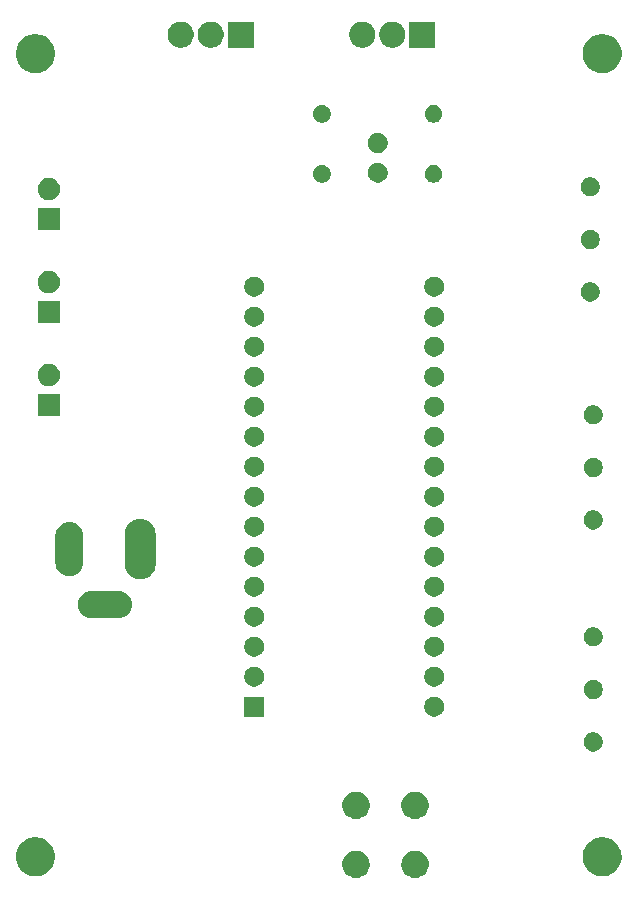
<source format=gbr>
G04 #@! TF.GenerationSoftware,KiCad,Pcbnew,(5.1.5)-3*
G04 #@! TF.CreationDate,2020-03-01T11:41:08-05:00*
G04 #@! TF.ProjectId,LED_Control,4c45445f-436f-46e7-9472-6f6c2e6b6963,rev?*
G04 #@! TF.SameCoordinates,Original*
G04 #@! TF.FileFunction,Soldermask,Bot*
G04 #@! TF.FilePolarity,Negative*
%FSLAX46Y46*%
G04 Gerber Fmt 4.6, Leading zero omitted, Abs format (unit mm)*
G04 Created by KiCad (PCBNEW (5.1.5)-3) date 2020-03-01 11:41:08*
%MOMM*%
%LPD*%
G04 APERTURE LIST*
%ADD10C,0.100000*%
G04 APERTURE END LIST*
D10*
G36*
X143377049Y-133514616D02*
G01*
X143488234Y-133536732D01*
X143697703Y-133623497D01*
X143886220Y-133749460D01*
X144046540Y-133909780D01*
X144172503Y-134098297D01*
X144172504Y-134098299D01*
X144259268Y-134307767D01*
X144293842Y-134481579D01*
X144303500Y-134530136D01*
X144303500Y-134756864D01*
X144259268Y-134979234D01*
X144172503Y-135188703D01*
X144046540Y-135377220D01*
X143886220Y-135537540D01*
X143697703Y-135663503D01*
X143488234Y-135750268D01*
X143377049Y-135772384D01*
X143265865Y-135794500D01*
X143039135Y-135794500D01*
X142927951Y-135772384D01*
X142816766Y-135750268D01*
X142607297Y-135663503D01*
X142418780Y-135537540D01*
X142258460Y-135377220D01*
X142132497Y-135188703D01*
X142045732Y-134979234D01*
X142001500Y-134756864D01*
X142001500Y-134530136D01*
X142011159Y-134481579D01*
X142045732Y-134307767D01*
X142132496Y-134098299D01*
X142132497Y-134098297D01*
X142258460Y-133909780D01*
X142418780Y-133749460D01*
X142607297Y-133623497D01*
X142816766Y-133536732D01*
X142927951Y-133514616D01*
X143039135Y-133492500D01*
X143265865Y-133492500D01*
X143377049Y-133514616D01*
G37*
G36*
X138377049Y-133514616D02*
G01*
X138488234Y-133536732D01*
X138697703Y-133623497D01*
X138886220Y-133749460D01*
X139046540Y-133909780D01*
X139172503Y-134098297D01*
X139172504Y-134098299D01*
X139259268Y-134307767D01*
X139293842Y-134481579D01*
X139303500Y-134530136D01*
X139303500Y-134756864D01*
X139259268Y-134979234D01*
X139172503Y-135188703D01*
X139046540Y-135377220D01*
X138886220Y-135537540D01*
X138697703Y-135663503D01*
X138488234Y-135750268D01*
X138377049Y-135772384D01*
X138265865Y-135794500D01*
X138039135Y-135794500D01*
X137927951Y-135772384D01*
X137816766Y-135750268D01*
X137607297Y-135663503D01*
X137418780Y-135537540D01*
X137258460Y-135377220D01*
X137132497Y-135188703D01*
X137045732Y-134979234D01*
X137001500Y-134756864D01*
X137001500Y-134530136D01*
X137011159Y-134481579D01*
X137045732Y-134307767D01*
X137132496Y-134098299D01*
X137132497Y-134098297D01*
X137258460Y-133909780D01*
X137418780Y-133749460D01*
X137607297Y-133623497D01*
X137816766Y-133536732D01*
X137927951Y-133514616D01*
X138039135Y-133492500D01*
X138265865Y-133492500D01*
X138377049Y-133514616D01*
G37*
G36*
X159375256Y-132391298D02*
G01*
X159481579Y-132412447D01*
X159782042Y-132536903D01*
X160052451Y-132717585D01*
X160282415Y-132947549D01*
X160282416Y-132947551D01*
X160463098Y-133217960D01*
X160587553Y-133518422D01*
X160633510Y-133749460D01*
X160651000Y-133837391D01*
X160651000Y-134162609D01*
X160587553Y-134481579D01*
X160463097Y-134782042D01*
X160282415Y-135052451D01*
X160052451Y-135282415D01*
X159782042Y-135463097D01*
X159481579Y-135587553D01*
X159375256Y-135608702D01*
X159162611Y-135651000D01*
X158837389Y-135651000D01*
X158624744Y-135608702D01*
X158518421Y-135587553D01*
X158217958Y-135463097D01*
X157947549Y-135282415D01*
X157717585Y-135052451D01*
X157536903Y-134782042D01*
X157412447Y-134481579D01*
X157349000Y-134162609D01*
X157349000Y-133837391D01*
X157366491Y-133749460D01*
X157412447Y-133518422D01*
X157536902Y-133217960D01*
X157717584Y-132947551D01*
X157717585Y-132947549D01*
X157947549Y-132717585D01*
X158217958Y-132536903D01*
X158518421Y-132412447D01*
X158624744Y-132391298D01*
X158837389Y-132349000D01*
X159162611Y-132349000D01*
X159375256Y-132391298D01*
G37*
G36*
X111375256Y-132391298D02*
G01*
X111481579Y-132412447D01*
X111782042Y-132536903D01*
X112052451Y-132717585D01*
X112282415Y-132947549D01*
X112282416Y-132947551D01*
X112463098Y-133217960D01*
X112587553Y-133518422D01*
X112633510Y-133749460D01*
X112651000Y-133837391D01*
X112651000Y-134162609D01*
X112587553Y-134481579D01*
X112463097Y-134782042D01*
X112282415Y-135052451D01*
X112052451Y-135282415D01*
X111782042Y-135463097D01*
X111481579Y-135587553D01*
X111375256Y-135608702D01*
X111162611Y-135651000D01*
X110837389Y-135651000D01*
X110624744Y-135608702D01*
X110518421Y-135587553D01*
X110217958Y-135463097D01*
X109947549Y-135282415D01*
X109717585Y-135052451D01*
X109536903Y-134782042D01*
X109412447Y-134481579D01*
X109349000Y-134162609D01*
X109349000Y-133837391D01*
X109366491Y-133749460D01*
X109412447Y-133518422D01*
X109536902Y-133217960D01*
X109717584Y-132947551D01*
X109717585Y-132947549D01*
X109947549Y-132717585D01*
X110217958Y-132536903D01*
X110518421Y-132412447D01*
X110624744Y-132391298D01*
X110837389Y-132349000D01*
X111162611Y-132349000D01*
X111375256Y-132391298D01*
G37*
G36*
X143377049Y-128514616D02*
G01*
X143488234Y-128536732D01*
X143697703Y-128623497D01*
X143886220Y-128749460D01*
X144046540Y-128909780D01*
X144172503Y-129098297D01*
X144259268Y-129307766D01*
X144303500Y-129530136D01*
X144303500Y-129756864D01*
X144259268Y-129979234D01*
X144172503Y-130188703D01*
X144046540Y-130377220D01*
X143886220Y-130537540D01*
X143697703Y-130663503D01*
X143488234Y-130750268D01*
X143377049Y-130772384D01*
X143265865Y-130794500D01*
X143039135Y-130794500D01*
X142927951Y-130772384D01*
X142816766Y-130750268D01*
X142607297Y-130663503D01*
X142418780Y-130537540D01*
X142258460Y-130377220D01*
X142132497Y-130188703D01*
X142045732Y-129979234D01*
X142001500Y-129756864D01*
X142001500Y-129530136D01*
X142045732Y-129307766D01*
X142132497Y-129098297D01*
X142258460Y-128909780D01*
X142418780Y-128749460D01*
X142607297Y-128623497D01*
X142816766Y-128536732D01*
X142927951Y-128514616D01*
X143039135Y-128492500D01*
X143265865Y-128492500D01*
X143377049Y-128514616D01*
G37*
G36*
X138377049Y-128514616D02*
G01*
X138488234Y-128536732D01*
X138697703Y-128623497D01*
X138886220Y-128749460D01*
X139046540Y-128909780D01*
X139172503Y-129098297D01*
X139259268Y-129307766D01*
X139303500Y-129530136D01*
X139303500Y-129756864D01*
X139259268Y-129979234D01*
X139172503Y-130188703D01*
X139046540Y-130377220D01*
X138886220Y-130537540D01*
X138697703Y-130663503D01*
X138488234Y-130750268D01*
X138377049Y-130772384D01*
X138265865Y-130794500D01*
X138039135Y-130794500D01*
X137927951Y-130772384D01*
X137816766Y-130750268D01*
X137607297Y-130663503D01*
X137418780Y-130537540D01*
X137258460Y-130377220D01*
X137132497Y-130188703D01*
X137045732Y-129979234D01*
X137001500Y-129756864D01*
X137001500Y-129530136D01*
X137045732Y-129307766D01*
X137132497Y-129098297D01*
X137258460Y-128909780D01*
X137418780Y-128749460D01*
X137607297Y-128623497D01*
X137816766Y-128536732D01*
X137927951Y-128514616D01*
X138039135Y-128492500D01*
X138265865Y-128492500D01*
X138377049Y-128514616D01*
G37*
G36*
X158479142Y-123492742D02*
G01*
X158627101Y-123554029D01*
X158760255Y-123642999D01*
X158873501Y-123756245D01*
X158962471Y-123889399D01*
X159023758Y-124037358D01*
X159055000Y-124194425D01*
X159055000Y-124354575D01*
X159023758Y-124511642D01*
X158962471Y-124659601D01*
X158873501Y-124792755D01*
X158760255Y-124906001D01*
X158627101Y-124994971D01*
X158479142Y-125056258D01*
X158322075Y-125087500D01*
X158161925Y-125087500D01*
X158004858Y-125056258D01*
X157856899Y-124994971D01*
X157723745Y-124906001D01*
X157610499Y-124792755D01*
X157521529Y-124659601D01*
X157460242Y-124511642D01*
X157429000Y-124354575D01*
X157429000Y-124194425D01*
X157460242Y-124037358D01*
X157521529Y-123889399D01*
X157610499Y-123756245D01*
X157723745Y-123642999D01*
X157856899Y-123554029D01*
X158004858Y-123492742D01*
X158161925Y-123461500D01*
X158322075Y-123461500D01*
X158479142Y-123492742D01*
G37*
G36*
X145028228Y-120466703D02*
G01*
X145183100Y-120530853D01*
X145322481Y-120623985D01*
X145441015Y-120742519D01*
X145534147Y-120881900D01*
X145598297Y-121036772D01*
X145631000Y-121201184D01*
X145631000Y-121368816D01*
X145598297Y-121533228D01*
X145534147Y-121688100D01*
X145441015Y-121827481D01*
X145322481Y-121946015D01*
X145183100Y-122039147D01*
X145028228Y-122103297D01*
X144863816Y-122136000D01*
X144696184Y-122136000D01*
X144531772Y-122103297D01*
X144376900Y-122039147D01*
X144237519Y-121946015D01*
X144118985Y-121827481D01*
X144025853Y-121688100D01*
X143961703Y-121533228D01*
X143929000Y-121368816D01*
X143929000Y-121201184D01*
X143961703Y-121036772D01*
X144025853Y-120881900D01*
X144118985Y-120742519D01*
X144237519Y-120623985D01*
X144376900Y-120530853D01*
X144531772Y-120466703D01*
X144696184Y-120434000D01*
X144863816Y-120434000D01*
X145028228Y-120466703D01*
G37*
G36*
X130391000Y-122136000D02*
G01*
X128689000Y-122136000D01*
X128689000Y-120434000D01*
X130391000Y-120434000D01*
X130391000Y-122136000D01*
G37*
G36*
X158479142Y-119042742D02*
G01*
X158627101Y-119104029D01*
X158760255Y-119192999D01*
X158873501Y-119306245D01*
X158962471Y-119439399D01*
X159023758Y-119587358D01*
X159055000Y-119744425D01*
X159055000Y-119904575D01*
X159023758Y-120061642D01*
X158962471Y-120209601D01*
X158873501Y-120342755D01*
X158760255Y-120456001D01*
X158627101Y-120544971D01*
X158479142Y-120606258D01*
X158322075Y-120637500D01*
X158161925Y-120637500D01*
X158004858Y-120606258D01*
X157856899Y-120544971D01*
X157723745Y-120456001D01*
X157610499Y-120342755D01*
X157521529Y-120209601D01*
X157460242Y-120061642D01*
X157429000Y-119904575D01*
X157429000Y-119744425D01*
X157460242Y-119587358D01*
X157521529Y-119439399D01*
X157610499Y-119306245D01*
X157723745Y-119192999D01*
X157856899Y-119104029D01*
X158004858Y-119042742D01*
X158161925Y-119011500D01*
X158322075Y-119011500D01*
X158479142Y-119042742D01*
G37*
G36*
X129788228Y-117926703D02*
G01*
X129943100Y-117990853D01*
X130082481Y-118083985D01*
X130201015Y-118202519D01*
X130294147Y-118341900D01*
X130358297Y-118496772D01*
X130391000Y-118661184D01*
X130391000Y-118828816D01*
X130358297Y-118993228D01*
X130294147Y-119148100D01*
X130201015Y-119287481D01*
X130082481Y-119406015D01*
X129943100Y-119499147D01*
X129788228Y-119563297D01*
X129623816Y-119596000D01*
X129456184Y-119596000D01*
X129291772Y-119563297D01*
X129136900Y-119499147D01*
X128997519Y-119406015D01*
X128878985Y-119287481D01*
X128785853Y-119148100D01*
X128721703Y-118993228D01*
X128689000Y-118828816D01*
X128689000Y-118661184D01*
X128721703Y-118496772D01*
X128785853Y-118341900D01*
X128878985Y-118202519D01*
X128997519Y-118083985D01*
X129136900Y-117990853D01*
X129291772Y-117926703D01*
X129456184Y-117894000D01*
X129623816Y-117894000D01*
X129788228Y-117926703D01*
G37*
G36*
X145028228Y-117926703D02*
G01*
X145183100Y-117990853D01*
X145322481Y-118083985D01*
X145441015Y-118202519D01*
X145534147Y-118341900D01*
X145598297Y-118496772D01*
X145631000Y-118661184D01*
X145631000Y-118828816D01*
X145598297Y-118993228D01*
X145534147Y-119148100D01*
X145441015Y-119287481D01*
X145322481Y-119406015D01*
X145183100Y-119499147D01*
X145028228Y-119563297D01*
X144863816Y-119596000D01*
X144696184Y-119596000D01*
X144531772Y-119563297D01*
X144376900Y-119499147D01*
X144237519Y-119406015D01*
X144118985Y-119287481D01*
X144025853Y-119148100D01*
X143961703Y-118993228D01*
X143929000Y-118828816D01*
X143929000Y-118661184D01*
X143961703Y-118496772D01*
X144025853Y-118341900D01*
X144118985Y-118202519D01*
X144237519Y-118083985D01*
X144376900Y-117990853D01*
X144531772Y-117926703D01*
X144696184Y-117894000D01*
X144863816Y-117894000D01*
X145028228Y-117926703D01*
G37*
G36*
X145028228Y-115386703D02*
G01*
X145183100Y-115450853D01*
X145322481Y-115543985D01*
X145441015Y-115662519D01*
X145534147Y-115801900D01*
X145598297Y-115956772D01*
X145631000Y-116121184D01*
X145631000Y-116288816D01*
X145598297Y-116453228D01*
X145534147Y-116608100D01*
X145441015Y-116747481D01*
X145322481Y-116866015D01*
X145183100Y-116959147D01*
X145028228Y-117023297D01*
X144863816Y-117056000D01*
X144696184Y-117056000D01*
X144531772Y-117023297D01*
X144376900Y-116959147D01*
X144237519Y-116866015D01*
X144118985Y-116747481D01*
X144025853Y-116608100D01*
X143961703Y-116453228D01*
X143929000Y-116288816D01*
X143929000Y-116121184D01*
X143961703Y-115956772D01*
X144025853Y-115801900D01*
X144118985Y-115662519D01*
X144237519Y-115543985D01*
X144376900Y-115450853D01*
X144531772Y-115386703D01*
X144696184Y-115354000D01*
X144863816Y-115354000D01*
X145028228Y-115386703D01*
G37*
G36*
X129788228Y-115386703D02*
G01*
X129943100Y-115450853D01*
X130082481Y-115543985D01*
X130201015Y-115662519D01*
X130294147Y-115801900D01*
X130358297Y-115956772D01*
X130391000Y-116121184D01*
X130391000Y-116288816D01*
X130358297Y-116453228D01*
X130294147Y-116608100D01*
X130201015Y-116747481D01*
X130082481Y-116866015D01*
X129943100Y-116959147D01*
X129788228Y-117023297D01*
X129623816Y-117056000D01*
X129456184Y-117056000D01*
X129291772Y-117023297D01*
X129136900Y-116959147D01*
X128997519Y-116866015D01*
X128878985Y-116747481D01*
X128785853Y-116608100D01*
X128721703Y-116453228D01*
X128689000Y-116288816D01*
X128689000Y-116121184D01*
X128721703Y-115956772D01*
X128785853Y-115801900D01*
X128878985Y-115662519D01*
X128997519Y-115543985D01*
X129136900Y-115450853D01*
X129291772Y-115386703D01*
X129456184Y-115354000D01*
X129623816Y-115354000D01*
X129788228Y-115386703D01*
G37*
G36*
X158479142Y-114592742D02*
G01*
X158627101Y-114654029D01*
X158760255Y-114742999D01*
X158873501Y-114856245D01*
X158962471Y-114989399D01*
X159023758Y-115137358D01*
X159055000Y-115294425D01*
X159055000Y-115454575D01*
X159023758Y-115611642D01*
X158962471Y-115759601D01*
X158873501Y-115892755D01*
X158760255Y-116006001D01*
X158627101Y-116094971D01*
X158479142Y-116156258D01*
X158322075Y-116187500D01*
X158161925Y-116187500D01*
X158004858Y-116156258D01*
X157856899Y-116094971D01*
X157723745Y-116006001D01*
X157610499Y-115892755D01*
X157521529Y-115759601D01*
X157460242Y-115611642D01*
X157429000Y-115454575D01*
X157429000Y-115294425D01*
X157460242Y-115137358D01*
X157521529Y-114989399D01*
X157610499Y-114856245D01*
X157723745Y-114742999D01*
X157856899Y-114654029D01*
X158004858Y-114592742D01*
X158161925Y-114561500D01*
X158322075Y-114561500D01*
X158479142Y-114592742D01*
G37*
G36*
X145028228Y-112846703D02*
G01*
X145183100Y-112910853D01*
X145322481Y-113003985D01*
X145441015Y-113122519D01*
X145534147Y-113261900D01*
X145598297Y-113416772D01*
X145631000Y-113581184D01*
X145631000Y-113748816D01*
X145598297Y-113913228D01*
X145534147Y-114068100D01*
X145441015Y-114207481D01*
X145322481Y-114326015D01*
X145183100Y-114419147D01*
X145028228Y-114483297D01*
X144863816Y-114516000D01*
X144696184Y-114516000D01*
X144531772Y-114483297D01*
X144376900Y-114419147D01*
X144237519Y-114326015D01*
X144118985Y-114207481D01*
X144025853Y-114068100D01*
X143961703Y-113913228D01*
X143929000Y-113748816D01*
X143929000Y-113581184D01*
X143961703Y-113416772D01*
X144025853Y-113261900D01*
X144118985Y-113122519D01*
X144237519Y-113003985D01*
X144376900Y-112910853D01*
X144531772Y-112846703D01*
X144696184Y-112814000D01*
X144863816Y-112814000D01*
X145028228Y-112846703D01*
G37*
G36*
X129788228Y-112846703D02*
G01*
X129943100Y-112910853D01*
X130082481Y-113003985D01*
X130201015Y-113122519D01*
X130294147Y-113261900D01*
X130358297Y-113416772D01*
X130391000Y-113581184D01*
X130391000Y-113748816D01*
X130358297Y-113913228D01*
X130294147Y-114068100D01*
X130201015Y-114207481D01*
X130082481Y-114326015D01*
X129943100Y-114419147D01*
X129788228Y-114483297D01*
X129623816Y-114516000D01*
X129456184Y-114516000D01*
X129291772Y-114483297D01*
X129136900Y-114419147D01*
X128997519Y-114326015D01*
X128878985Y-114207481D01*
X128785853Y-114068100D01*
X128721703Y-113913228D01*
X128689000Y-113748816D01*
X128689000Y-113581184D01*
X128721703Y-113416772D01*
X128785853Y-113261900D01*
X128878985Y-113122519D01*
X128997519Y-113003985D01*
X129136900Y-112910853D01*
X129291772Y-112846703D01*
X129456184Y-112814000D01*
X129623816Y-112814000D01*
X129788228Y-112846703D01*
G37*
G36*
X118243536Y-111491016D02*
G01*
X118465213Y-111558261D01*
X118669512Y-111667461D01*
X118848581Y-111814419D01*
X118995539Y-111993488D01*
X119104739Y-112197787D01*
X119171984Y-112419464D01*
X119194690Y-112650000D01*
X119171984Y-112880536D01*
X119104739Y-113102213D01*
X118995539Y-113306512D01*
X118848581Y-113485581D01*
X118669512Y-113632539D01*
X118465213Y-113741739D01*
X118243536Y-113808984D01*
X118070771Y-113826000D01*
X115705229Y-113826000D01*
X115532464Y-113808984D01*
X115310787Y-113741739D01*
X115106488Y-113632539D01*
X114927419Y-113485581D01*
X114780461Y-113306512D01*
X114671261Y-113102213D01*
X114604016Y-112880536D01*
X114581310Y-112650000D01*
X114604016Y-112419464D01*
X114671261Y-112197787D01*
X114780461Y-111993488D01*
X114927419Y-111814419D01*
X115106488Y-111667461D01*
X115310787Y-111558261D01*
X115532464Y-111491016D01*
X115705229Y-111474000D01*
X118070771Y-111474000D01*
X118243536Y-111491016D01*
G37*
G36*
X145028228Y-110306703D02*
G01*
X145183100Y-110370853D01*
X145322481Y-110463985D01*
X145441015Y-110582519D01*
X145534147Y-110721900D01*
X145598297Y-110876772D01*
X145631000Y-111041184D01*
X145631000Y-111208816D01*
X145598297Y-111373228D01*
X145534147Y-111528100D01*
X145441015Y-111667481D01*
X145322481Y-111786015D01*
X145183100Y-111879147D01*
X145028228Y-111943297D01*
X144863816Y-111976000D01*
X144696184Y-111976000D01*
X144531772Y-111943297D01*
X144376900Y-111879147D01*
X144237519Y-111786015D01*
X144118985Y-111667481D01*
X144025853Y-111528100D01*
X143961703Y-111373228D01*
X143929000Y-111208816D01*
X143929000Y-111041184D01*
X143961703Y-110876772D01*
X144025853Y-110721900D01*
X144118985Y-110582519D01*
X144237519Y-110463985D01*
X144376900Y-110370853D01*
X144531772Y-110306703D01*
X144696184Y-110274000D01*
X144863816Y-110274000D01*
X145028228Y-110306703D01*
G37*
G36*
X129788228Y-110306703D02*
G01*
X129943100Y-110370853D01*
X130082481Y-110463985D01*
X130201015Y-110582519D01*
X130294147Y-110721900D01*
X130358297Y-110876772D01*
X130391000Y-111041184D01*
X130391000Y-111208816D01*
X130358297Y-111373228D01*
X130294147Y-111528100D01*
X130201015Y-111667481D01*
X130082481Y-111786015D01*
X129943100Y-111879147D01*
X129788228Y-111943297D01*
X129623816Y-111976000D01*
X129456184Y-111976000D01*
X129291772Y-111943297D01*
X129136900Y-111879147D01*
X128997519Y-111786015D01*
X128878985Y-111667481D01*
X128785853Y-111528100D01*
X128721703Y-111373228D01*
X128689000Y-111208816D01*
X128689000Y-111041184D01*
X128721703Y-110876772D01*
X128785853Y-110721900D01*
X128878985Y-110582519D01*
X128997519Y-110463985D01*
X129136900Y-110370853D01*
X129291772Y-110306703D01*
X129456184Y-110274000D01*
X129623816Y-110274000D01*
X129788228Y-110306703D01*
G37*
G36*
X120143040Y-105417825D02*
G01*
X120388280Y-105492218D01*
X120614294Y-105613025D01*
X120649478Y-105641900D01*
X120812397Y-105775603D01*
X120884614Y-105863601D01*
X120974975Y-105973706D01*
X120974976Y-105973708D01*
X121057883Y-106128815D01*
X121095782Y-106199720D01*
X121170175Y-106444960D01*
X121189000Y-106636095D01*
X121189000Y-109263905D01*
X121170175Y-109455040D01*
X121095782Y-109700280D01*
X120974975Y-109926294D01*
X120812396Y-110124396D01*
X120614293Y-110286975D01*
X120388279Y-110407782D01*
X120143039Y-110482175D01*
X119888000Y-110507294D01*
X119632960Y-110482175D01*
X119387720Y-110407782D01*
X119387718Y-110407781D01*
X119161707Y-110286976D01*
X118963604Y-110124396D01*
X118801026Y-109926294D01*
X118801025Y-109926293D01*
X118680218Y-109700279D01*
X118605825Y-109455039D01*
X118587000Y-109263904D01*
X118587001Y-106636095D01*
X118605826Y-106444960D01*
X118680219Y-106199720D01*
X118718119Y-106128815D01*
X118801025Y-105973708D01*
X118801026Y-105973706D01*
X118891387Y-105863601D01*
X118963604Y-105775603D01*
X119126523Y-105641900D01*
X119161707Y-105613025D01*
X119387721Y-105492218D01*
X119632961Y-105417825D01*
X119888000Y-105392706D01*
X120143040Y-105417825D01*
G37*
G36*
X114118536Y-105666016D02*
G01*
X114340213Y-105733261D01*
X114544512Y-105842461D01*
X114723581Y-105989419D01*
X114870539Y-106168488D01*
X114979739Y-106372787D01*
X115046984Y-106594464D01*
X115064000Y-106767229D01*
X115064000Y-109132771D01*
X115046984Y-109305536D01*
X114979739Y-109527213D01*
X114870539Y-109731512D01*
X114723581Y-109910581D01*
X114544511Y-110057539D01*
X114340212Y-110166739D01*
X114118535Y-110233984D01*
X113888000Y-110256690D01*
X113657464Y-110233984D01*
X113435787Y-110166739D01*
X113231488Y-110057539D01*
X113052419Y-109910581D01*
X112905461Y-109731511D01*
X112796261Y-109527212D01*
X112729016Y-109305535D01*
X112712000Y-109132770D01*
X112712001Y-106767229D01*
X112729017Y-106594464D01*
X112796262Y-106372787D01*
X112905462Y-106168488D01*
X113052420Y-105989419D01*
X113231489Y-105842461D01*
X113435788Y-105733261D01*
X113657465Y-105666016D01*
X113888000Y-105643310D01*
X114118536Y-105666016D01*
G37*
G36*
X145028228Y-107766703D02*
G01*
X145183100Y-107830853D01*
X145322481Y-107923985D01*
X145441015Y-108042519D01*
X145534147Y-108181900D01*
X145598297Y-108336772D01*
X145631000Y-108501184D01*
X145631000Y-108668816D01*
X145598297Y-108833228D01*
X145534147Y-108988100D01*
X145441015Y-109127481D01*
X145322481Y-109246015D01*
X145183100Y-109339147D01*
X145028228Y-109403297D01*
X144863816Y-109436000D01*
X144696184Y-109436000D01*
X144531772Y-109403297D01*
X144376900Y-109339147D01*
X144237519Y-109246015D01*
X144118985Y-109127481D01*
X144025853Y-108988100D01*
X143961703Y-108833228D01*
X143929000Y-108668816D01*
X143929000Y-108501184D01*
X143961703Y-108336772D01*
X144025853Y-108181900D01*
X144118985Y-108042519D01*
X144237519Y-107923985D01*
X144376900Y-107830853D01*
X144531772Y-107766703D01*
X144696184Y-107734000D01*
X144863816Y-107734000D01*
X145028228Y-107766703D01*
G37*
G36*
X129788228Y-107766703D02*
G01*
X129943100Y-107830853D01*
X130082481Y-107923985D01*
X130201015Y-108042519D01*
X130294147Y-108181900D01*
X130358297Y-108336772D01*
X130391000Y-108501184D01*
X130391000Y-108668816D01*
X130358297Y-108833228D01*
X130294147Y-108988100D01*
X130201015Y-109127481D01*
X130082481Y-109246015D01*
X129943100Y-109339147D01*
X129788228Y-109403297D01*
X129623816Y-109436000D01*
X129456184Y-109436000D01*
X129291772Y-109403297D01*
X129136900Y-109339147D01*
X128997519Y-109246015D01*
X128878985Y-109127481D01*
X128785853Y-108988100D01*
X128721703Y-108833228D01*
X128689000Y-108668816D01*
X128689000Y-108501184D01*
X128721703Y-108336772D01*
X128785853Y-108181900D01*
X128878985Y-108042519D01*
X128997519Y-107923985D01*
X129136900Y-107830853D01*
X129291772Y-107766703D01*
X129456184Y-107734000D01*
X129623816Y-107734000D01*
X129788228Y-107766703D01*
G37*
G36*
X129788228Y-105226703D02*
G01*
X129943100Y-105290853D01*
X130082481Y-105383985D01*
X130201015Y-105502519D01*
X130294147Y-105641900D01*
X130358297Y-105796772D01*
X130391000Y-105961184D01*
X130391000Y-106128816D01*
X130358297Y-106293228D01*
X130294147Y-106448100D01*
X130201015Y-106587481D01*
X130082481Y-106706015D01*
X129943100Y-106799147D01*
X129788228Y-106863297D01*
X129623816Y-106896000D01*
X129456184Y-106896000D01*
X129291772Y-106863297D01*
X129136900Y-106799147D01*
X128997519Y-106706015D01*
X128878985Y-106587481D01*
X128785853Y-106448100D01*
X128721703Y-106293228D01*
X128689000Y-106128816D01*
X128689000Y-105961184D01*
X128721703Y-105796772D01*
X128785853Y-105641900D01*
X128878985Y-105502519D01*
X128997519Y-105383985D01*
X129136900Y-105290853D01*
X129291772Y-105226703D01*
X129456184Y-105194000D01*
X129623816Y-105194000D01*
X129788228Y-105226703D01*
G37*
G36*
X145028228Y-105226703D02*
G01*
X145183100Y-105290853D01*
X145322481Y-105383985D01*
X145441015Y-105502519D01*
X145534147Y-105641900D01*
X145598297Y-105796772D01*
X145631000Y-105961184D01*
X145631000Y-106128816D01*
X145598297Y-106293228D01*
X145534147Y-106448100D01*
X145441015Y-106587481D01*
X145322481Y-106706015D01*
X145183100Y-106799147D01*
X145028228Y-106863297D01*
X144863816Y-106896000D01*
X144696184Y-106896000D01*
X144531772Y-106863297D01*
X144376900Y-106799147D01*
X144237519Y-106706015D01*
X144118985Y-106587481D01*
X144025853Y-106448100D01*
X143961703Y-106293228D01*
X143929000Y-106128816D01*
X143929000Y-105961184D01*
X143961703Y-105796772D01*
X144025853Y-105641900D01*
X144118985Y-105502519D01*
X144237519Y-105383985D01*
X144376900Y-105290853D01*
X144531772Y-105226703D01*
X144696184Y-105194000D01*
X144863816Y-105194000D01*
X145028228Y-105226703D01*
G37*
G36*
X158479142Y-104696742D02*
G01*
X158627101Y-104758029D01*
X158760255Y-104846999D01*
X158873501Y-104960245D01*
X158962471Y-105093399D01*
X159023758Y-105241358D01*
X159055000Y-105398425D01*
X159055000Y-105558575D01*
X159023758Y-105715642D01*
X158962471Y-105863601D01*
X158873501Y-105996755D01*
X158760255Y-106110001D01*
X158627101Y-106198971D01*
X158479142Y-106260258D01*
X158322075Y-106291500D01*
X158161925Y-106291500D01*
X158004858Y-106260258D01*
X157856899Y-106198971D01*
X157723745Y-106110001D01*
X157610499Y-105996755D01*
X157521529Y-105863601D01*
X157460242Y-105715642D01*
X157429000Y-105558575D01*
X157429000Y-105398425D01*
X157460242Y-105241358D01*
X157521529Y-105093399D01*
X157610499Y-104960245D01*
X157723745Y-104846999D01*
X157856899Y-104758029D01*
X158004858Y-104696742D01*
X158161925Y-104665500D01*
X158322075Y-104665500D01*
X158479142Y-104696742D01*
G37*
G36*
X145028228Y-102686703D02*
G01*
X145183100Y-102750853D01*
X145322481Y-102843985D01*
X145441015Y-102962519D01*
X145534147Y-103101900D01*
X145598297Y-103256772D01*
X145631000Y-103421184D01*
X145631000Y-103588816D01*
X145598297Y-103753228D01*
X145534147Y-103908100D01*
X145441015Y-104047481D01*
X145322481Y-104166015D01*
X145183100Y-104259147D01*
X145028228Y-104323297D01*
X144863816Y-104356000D01*
X144696184Y-104356000D01*
X144531772Y-104323297D01*
X144376900Y-104259147D01*
X144237519Y-104166015D01*
X144118985Y-104047481D01*
X144025853Y-103908100D01*
X143961703Y-103753228D01*
X143929000Y-103588816D01*
X143929000Y-103421184D01*
X143961703Y-103256772D01*
X144025853Y-103101900D01*
X144118985Y-102962519D01*
X144237519Y-102843985D01*
X144376900Y-102750853D01*
X144531772Y-102686703D01*
X144696184Y-102654000D01*
X144863816Y-102654000D01*
X145028228Y-102686703D01*
G37*
G36*
X129788228Y-102686703D02*
G01*
X129943100Y-102750853D01*
X130082481Y-102843985D01*
X130201015Y-102962519D01*
X130294147Y-103101900D01*
X130358297Y-103256772D01*
X130391000Y-103421184D01*
X130391000Y-103588816D01*
X130358297Y-103753228D01*
X130294147Y-103908100D01*
X130201015Y-104047481D01*
X130082481Y-104166015D01*
X129943100Y-104259147D01*
X129788228Y-104323297D01*
X129623816Y-104356000D01*
X129456184Y-104356000D01*
X129291772Y-104323297D01*
X129136900Y-104259147D01*
X128997519Y-104166015D01*
X128878985Y-104047481D01*
X128785853Y-103908100D01*
X128721703Y-103753228D01*
X128689000Y-103588816D01*
X128689000Y-103421184D01*
X128721703Y-103256772D01*
X128785853Y-103101900D01*
X128878985Y-102962519D01*
X128997519Y-102843985D01*
X129136900Y-102750853D01*
X129291772Y-102686703D01*
X129456184Y-102654000D01*
X129623816Y-102654000D01*
X129788228Y-102686703D01*
G37*
G36*
X158479142Y-100246742D02*
G01*
X158627101Y-100308029D01*
X158760255Y-100396999D01*
X158873501Y-100510245D01*
X158962471Y-100643399D01*
X159023758Y-100791358D01*
X159055000Y-100948425D01*
X159055000Y-101108575D01*
X159023758Y-101265642D01*
X158962471Y-101413601D01*
X158873501Y-101546755D01*
X158760255Y-101660001D01*
X158627101Y-101748971D01*
X158479142Y-101810258D01*
X158322075Y-101841500D01*
X158161925Y-101841500D01*
X158004858Y-101810258D01*
X157856899Y-101748971D01*
X157723745Y-101660001D01*
X157610499Y-101546755D01*
X157521529Y-101413601D01*
X157460242Y-101265642D01*
X157429000Y-101108575D01*
X157429000Y-100948425D01*
X157460242Y-100791358D01*
X157521529Y-100643399D01*
X157610499Y-100510245D01*
X157723745Y-100396999D01*
X157856899Y-100308029D01*
X158004858Y-100246742D01*
X158161925Y-100215500D01*
X158322075Y-100215500D01*
X158479142Y-100246742D01*
G37*
G36*
X145028228Y-100146703D02*
G01*
X145183100Y-100210853D01*
X145322481Y-100303985D01*
X145441015Y-100422519D01*
X145534147Y-100561900D01*
X145598297Y-100716772D01*
X145631000Y-100881184D01*
X145631000Y-101048816D01*
X145598297Y-101213228D01*
X145534147Y-101368100D01*
X145441015Y-101507481D01*
X145322481Y-101626015D01*
X145183100Y-101719147D01*
X145028228Y-101783297D01*
X144863816Y-101816000D01*
X144696184Y-101816000D01*
X144531772Y-101783297D01*
X144376900Y-101719147D01*
X144237519Y-101626015D01*
X144118985Y-101507481D01*
X144025853Y-101368100D01*
X143961703Y-101213228D01*
X143929000Y-101048816D01*
X143929000Y-100881184D01*
X143961703Y-100716772D01*
X144025853Y-100561900D01*
X144118985Y-100422519D01*
X144237519Y-100303985D01*
X144376900Y-100210853D01*
X144531772Y-100146703D01*
X144696184Y-100114000D01*
X144863816Y-100114000D01*
X145028228Y-100146703D01*
G37*
G36*
X129788228Y-100146703D02*
G01*
X129943100Y-100210853D01*
X130082481Y-100303985D01*
X130201015Y-100422519D01*
X130294147Y-100561900D01*
X130358297Y-100716772D01*
X130391000Y-100881184D01*
X130391000Y-101048816D01*
X130358297Y-101213228D01*
X130294147Y-101368100D01*
X130201015Y-101507481D01*
X130082481Y-101626015D01*
X129943100Y-101719147D01*
X129788228Y-101783297D01*
X129623816Y-101816000D01*
X129456184Y-101816000D01*
X129291772Y-101783297D01*
X129136900Y-101719147D01*
X128997519Y-101626015D01*
X128878985Y-101507481D01*
X128785853Y-101368100D01*
X128721703Y-101213228D01*
X128689000Y-101048816D01*
X128689000Y-100881184D01*
X128721703Y-100716772D01*
X128785853Y-100561900D01*
X128878985Y-100422519D01*
X128997519Y-100303985D01*
X129136900Y-100210853D01*
X129291772Y-100146703D01*
X129456184Y-100114000D01*
X129623816Y-100114000D01*
X129788228Y-100146703D01*
G37*
G36*
X129788228Y-97606703D02*
G01*
X129943100Y-97670853D01*
X130082481Y-97763985D01*
X130201015Y-97882519D01*
X130294147Y-98021900D01*
X130358297Y-98176772D01*
X130391000Y-98341184D01*
X130391000Y-98508816D01*
X130358297Y-98673228D01*
X130294147Y-98828100D01*
X130201015Y-98967481D01*
X130082481Y-99086015D01*
X129943100Y-99179147D01*
X129788228Y-99243297D01*
X129623816Y-99276000D01*
X129456184Y-99276000D01*
X129291772Y-99243297D01*
X129136900Y-99179147D01*
X128997519Y-99086015D01*
X128878985Y-98967481D01*
X128785853Y-98828100D01*
X128721703Y-98673228D01*
X128689000Y-98508816D01*
X128689000Y-98341184D01*
X128721703Y-98176772D01*
X128785853Y-98021900D01*
X128878985Y-97882519D01*
X128997519Y-97763985D01*
X129136900Y-97670853D01*
X129291772Y-97606703D01*
X129456184Y-97574000D01*
X129623816Y-97574000D01*
X129788228Y-97606703D01*
G37*
G36*
X145028228Y-97606703D02*
G01*
X145183100Y-97670853D01*
X145322481Y-97763985D01*
X145441015Y-97882519D01*
X145534147Y-98021900D01*
X145598297Y-98176772D01*
X145631000Y-98341184D01*
X145631000Y-98508816D01*
X145598297Y-98673228D01*
X145534147Y-98828100D01*
X145441015Y-98967481D01*
X145322481Y-99086015D01*
X145183100Y-99179147D01*
X145028228Y-99243297D01*
X144863816Y-99276000D01*
X144696184Y-99276000D01*
X144531772Y-99243297D01*
X144376900Y-99179147D01*
X144237519Y-99086015D01*
X144118985Y-98967481D01*
X144025853Y-98828100D01*
X143961703Y-98673228D01*
X143929000Y-98508816D01*
X143929000Y-98341184D01*
X143961703Y-98176772D01*
X144025853Y-98021900D01*
X144118985Y-97882519D01*
X144237519Y-97763985D01*
X144376900Y-97670853D01*
X144531772Y-97606703D01*
X144696184Y-97574000D01*
X144863816Y-97574000D01*
X145028228Y-97606703D01*
G37*
G36*
X158479142Y-95796742D02*
G01*
X158627101Y-95858029D01*
X158760255Y-95946999D01*
X158873501Y-96060245D01*
X158962471Y-96193399D01*
X159023758Y-96341358D01*
X159055000Y-96498425D01*
X159055000Y-96658575D01*
X159023758Y-96815642D01*
X158962471Y-96963601D01*
X158873501Y-97096755D01*
X158760255Y-97210001D01*
X158627101Y-97298971D01*
X158479142Y-97360258D01*
X158322075Y-97391500D01*
X158161925Y-97391500D01*
X158004858Y-97360258D01*
X157856899Y-97298971D01*
X157723745Y-97210001D01*
X157610499Y-97096755D01*
X157521529Y-96963601D01*
X157460242Y-96815642D01*
X157429000Y-96658575D01*
X157429000Y-96498425D01*
X157460242Y-96341358D01*
X157521529Y-96193399D01*
X157610499Y-96060245D01*
X157723745Y-95946999D01*
X157856899Y-95858029D01*
X158004858Y-95796742D01*
X158161925Y-95765500D01*
X158322075Y-95765500D01*
X158479142Y-95796742D01*
G37*
G36*
X129788228Y-95066703D02*
G01*
X129943100Y-95130853D01*
X130082481Y-95223985D01*
X130201015Y-95342519D01*
X130294147Y-95481900D01*
X130358297Y-95636772D01*
X130391000Y-95801184D01*
X130391000Y-95968816D01*
X130358297Y-96133228D01*
X130294147Y-96288100D01*
X130201015Y-96427481D01*
X130082481Y-96546015D01*
X129943100Y-96639147D01*
X129788228Y-96703297D01*
X129623816Y-96736000D01*
X129456184Y-96736000D01*
X129291772Y-96703297D01*
X129136900Y-96639147D01*
X128997519Y-96546015D01*
X128878985Y-96427481D01*
X128785853Y-96288100D01*
X128721703Y-96133228D01*
X128689000Y-95968816D01*
X128689000Y-95801184D01*
X128721703Y-95636772D01*
X128785853Y-95481900D01*
X128878985Y-95342519D01*
X128997519Y-95223985D01*
X129136900Y-95130853D01*
X129291772Y-95066703D01*
X129456184Y-95034000D01*
X129623816Y-95034000D01*
X129788228Y-95066703D01*
G37*
G36*
X145028228Y-95066703D02*
G01*
X145183100Y-95130853D01*
X145322481Y-95223985D01*
X145441015Y-95342519D01*
X145534147Y-95481900D01*
X145598297Y-95636772D01*
X145631000Y-95801184D01*
X145631000Y-95968816D01*
X145598297Y-96133228D01*
X145534147Y-96288100D01*
X145441015Y-96427481D01*
X145322481Y-96546015D01*
X145183100Y-96639147D01*
X145028228Y-96703297D01*
X144863816Y-96736000D01*
X144696184Y-96736000D01*
X144531772Y-96703297D01*
X144376900Y-96639147D01*
X144237519Y-96546015D01*
X144118985Y-96427481D01*
X144025853Y-96288100D01*
X143961703Y-96133228D01*
X143929000Y-95968816D01*
X143929000Y-95801184D01*
X143961703Y-95636772D01*
X144025853Y-95481900D01*
X144118985Y-95342519D01*
X144237519Y-95223985D01*
X144376900Y-95130853D01*
X144531772Y-95066703D01*
X144696184Y-95034000D01*
X144863816Y-95034000D01*
X145028228Y-95066703D01*
G37*
G36*
X113092000Y-96709000D02*
G01*
X111190000Y-96709000D01*
X111190000Y-94807000D01*
X113092000Y-94807000D01*
X113092000Y-96709000D01*
G37*
G36*
X129788228Y-92526703D02*
G01*
X129943100Y-92590853D01*
X130082481Y-92683985D01*
X130201015Y-92802519D01*
X130294147Y-92941900D01*
X130358297Y-93096772D01*
X130391000Y-93261184D01*
X130391000Y-93428816D01*
X130358297Y-93593228D01*
X130294147Y-93748100D01*
X130201015Y-93887481D01*
X130082481Y-94006015D01*
X129943100Y-94099147D01*
X129788228Y-94163297D01*
X129623816Y-94196000D01*
X129456184Y-94196000D01*
X129291772Y-94163297D01*
X129136900Y-94099147D01*
X128997519Y-94006015D01*
X128878985Y-93887481D01*
X128785853Y-93748100D01*
X128721703Y-93593228D01*
X128689000Y-93428816D01*
X128689000Y-93261184D01*
X128721703Y-93096772D01*
X128785853Y-92941900D01*
X128878985Y-92802519D01*
X128997519Y-92683985D01*
X129136900Y-92590853D01*
X129291772Y-92526703D01*
X129456184Y-92494000D01*
X129623816Y-92494000D01*
X129788228Y-92526703D01*
G37*
G36*
X145028228Y-92526703D02*
G01*
X145183100Y-92590853D01*
X145322481Y-92683985D01*
X145441015Y-92802519D01*
X145534147Y-92941900D01*
X145598297Y-93096772D01*
X145631000Y-93261184D01*
X145631000Y-93428816D01*
X145598297Y-93593228D01*
X145534147Y-93748100D01*
X145441015Y-93887481D01*
X145322481Y-94006015D01*
X145183100Y-94099147D01*
X145028228Y-94163297D01*
X144863816Y-94196000D01*
X144696184Y-94196000D01*
X144531772Y-94163297D01*
X144376900Y-94099147D01*
X144237519Y-94006015D01*
X144118985Y-93887481D01*
X144025853Y-93748100D01*
X143961703Y-93593228D01*
X143929000Y-93428816D01*
X143929000Y-93261184D01*
X143961703Y-93096772D01*
X144025853Y-92941900D01*
X144118985Y-92802519D01*
X144237519Y-92683985D01*
X144376900Y-92590853D01*
X144531772Y-92526703D01*
X144696184Y-92494000D01*
X144863816Y-92494000D01*
X145028228Y-92526703D01*
G37*
G36*
X112418395Y-92303546D02*
G01*
X112591466Y-92375234D01*
X112591467Y-92375235D01*
X112747227Y-92479310D01*
X112879690Y-92611773D01*
X112879691Y-92611775D01*
X112983766Y-92767534D01*
X113055454Y-92940605D01*
X113092000Y-93124333D01*
X113092000Y-93311667D01*
X113055454Y-93495395D01*
X112983766Y-93668466D01*
X112983765Y-93668467D01*
X112879690Y-93824227D01*
X112747227Y-93956690D01*
X112673407Y-94006015D01*
X112591466Y-94060766D01*
X112418395Y-94132454D01*
X112234667Y-94169000D01*
X112047333Y-94169000D01*
X111863605Y-94132454D01*
X111690534Y-94060766D01*
X111608593Y-94006015D01*
X111534773Y-93956690D01*
X111402310Y-93824227D01*
X111298235Y-93668467D01*
X111298234Y-93668466D01*
X111226546Y-93495395D01*
X111190000Y-93311667D01*
X111190000Y-93124333D01*
X111226546Y-92940605D01*
X111298234Y-92767534D01*
X111402309Y-92611775D01*
X111402310Y-92611773D01*
X111534773Y-92479310D01*
X111690533Y-92375235D01*
X111690534Y-92375234D01*
X111863605Y-92303546D01*
X112047333Y-92267000D01*
X112234667Y-92267000D01*
X112418395Y-92303546D01*
G37*
G36*
X129788228Y-89986703D02*
G01*
X129943100Y-90050853D01*
X130082481Y-90143985D01*
X130201015Y-90262519D01*
X130294147Y-90401900D01*
X130358297Y-90556772D01*
X130391000Y-90721184D01*
X130391000Y-90888816D01*
X130358297Y-91053228D01*
X130294147Y-91208100D01*
X130201015Y-91347481D01*
X130082481Y-91466015D01*
X129943100Y-91559147D01*
X129788228Y-91623297D01*
X129623816Y-91656000D01*
X129456184Y-91656000D01*
X129291772Y-91623297D01*
X129136900Y-91559147D01*
X128997519Y-91466015D01*
X128878985Y-91347481D01*
X128785853Y-91208100D01*
X128721703Y-91053228D01*
X128689000Y-90888816D01*
X128689000Y-90721184D01*
X128721703Y-90556772D01*
X128785853Y-90401900D01*
X128878985Y-90262519D01*
X128997519Y-90143985D01*
X129136900Y-90050853D01*
X129291772Y-89986703D01*
X129456184Y-89954000D01*
X129623816Y-89954000D01*
X129788228Y-89986703D01*
G37*
G36*
X145028228Y-89986703D02*
G01*
X145183100Y-90050853D01*
X145322481Y-90143985D01*
X145441015Y-90262519D01*
X145534147Y-90401900D01*
X145598297Y-90556772D01*
X145631000Y-90721184D01*
X145631000Y-90888816D01*
X145598297Y-91053228D01*
X145534147Y-91208100D01*
X145441015Y-91347481D01*
X145322481Y-91466015D01*
X145183100Y-91559147D01*
X145028228Y-91623297D01*
X144863816Y-91656000D01*
X144696184Y-91656000D01*
X144531772Y-91623297D01*
X144376900Y-91559147D01*
X144237519Y-91466015D01*
X144118985Y-91347481D01*
X144025853Y-91208100D01*
X143961703Y-91053228D01*
X143929000Y-90888816D01*
X143929000Y-90721184D01*
X143961703Y-90556772D01*
X144025853Y-90401900D01*
X144118985Y-90262519D01*
X144237519Y-90143985D01*
X144376900Y-90050853D01*
X144531772Y-89986703D01*
X144696184Y-89954000D01*
X144863816Y-89954000D01*
X145028228Y-89986703D01*
G37*
G36*
X145028228Y-87446703D02*
G01*
X145183100Y-87510853D01*
X145322481Y-87603985D01*
X145441015Y-87722519D01*
X145534147Y-87861900D01*
X145598297Y-88016772D01*
X145631000Y-88181184D01*
X145631000Y-88348816D01*
X145598297Y-88513228D01*
X145534147Y-88668100D01*
X145441015Y-88807481D01*
X145322481Y-88926015D01*
X145183100Y-89019147D01*
X145028228Y-89083297D01*
X144863816Y-89116000D01*
X144696184Y-89116000D01*
X144531772Y-89083297D01*
X144376900Y-89019147D01*
X144237519Y-88926015D01*
X144118985Y-88807481D01*
X144025853Y-88668100D01*
X143961703Y-88513228D01*
X143929000Y-88348816D01*
X143929000Y-88181184D01*
X143961703Y-88016772D01*
X144025853Y-87861900D01*
X144118985Y-87722519D01*
X144237519Y-87603985D01*
X144376900Y-87510853D01*
X144531772Y-87446703D01*
X144696184Y-87414000D01*
X144863816Y-87414000D01*
X145028228Y-87446703D01*
G37*
G36*
X129788228Y-87446703D02*
G01*
X129943100Y-87510853D01*
X130082481Y-87603985D01*
X130201015Y-87722519D01*
X130294147Y-87861900D01*
X130358297Y-88016772D01*
X130391000Y-88181184D01*
X130391000Y-88348816D01*
X130358297Y-88513228D01*
X130294147Y-88668100D01*
X130201015Y-88807481D01*
X130082481Y-88926015D01*
X129943100Y-89019147D01*
X129788228Y-89083297D01*
X129623816Y-89116000D01*
X129456184Y-89116000D01*
X129291772Y-89083297D01*
X129136900Y-89019147D01*
X128997519Y-88926015D01*
X128878985Y-88807481D01*
X128785853Y-88668100D01*
X128721703Y-88513228D01*
X128689000Y-88348816D01*
X128689000Y-88181184D01*
X128721703Y-88016772D01*
X128785853Y-87861900D01*
X128878985Y-87722519D01*
X128997519Y-87603985D01*
X129136900Y-87510853D01*
X129291772Y-87446703D01*
X129456184Y-87414000D01*
X129623816Y-87414000D01*
X129788228Y-87446703D01*
G37*
G36*
X113092000Y-88835000D02*
G01*
X111190000Y-88835000D01*
X111190000Y-86933000D01*
X113092000Y-86933000D01*
X113092000Y-88835000D01*
G37*
G36*
X158225142Y-85392742D02*
G01*
X158373101Y-85454029D01*
X158506255Y-85542999D01*
X158619501Y-85656245D01*
X158708471Y-85789399D01*
X158769758Y-85937358D01*
X158801000Y-86094425D01*
X158801000Y-86254575D01*
X158769758Y-86411642D01*
X158708471Y-86559601D01*
X158619501Y-86692755D01*
X158506255Y-86806001D01*
X158373101Y-86894971D01*
X158225142Y-86956258D01*
X158068075Y-86987500D01*
X157907925Y-86987500D01*
X157750858Y-86956258D01*
X157602899Y-86894971D01*
X157469745Y-86806001D01*
X157356499Y-86692755D01*
X157267529Y-86559601D01*
X157206242Y-86411642D01*
X157175000Y-86254575D01*
X157175000Y-86094425D01*
X157206242Y-85937358D01*
X157267529Y-85789399D01*
X157356499Y-85656245D01*
X157469745Y-85542999D01*
X157602899Y-85454029D01*
X157750858Y-85392742D01*
X157907925Y-85361500D01*
X158068075Y-85361500D01*
X158225142Y-85392742D01*
G37*
G36*
X145028228Y-84906703D02*
G01*
X145183100Y-84970853D01*
X145322481Y-85063985D01*
X145441015Y-85182519D01*
X145534147Y-85321900D01*
X145598297Y-85476772D01*
X145631000Y-85641184D01*
X145631000Y-85808816D01*
X145598297Y-85973228D01*
X145534147Y-86128100D01*
X145441015Y-86267481D01*
X145322481Y-86386015D01*
X145183100Y-86479147D01*
X145028228Y-86543297D01*
X144863816Y-86576000D01*
X144696184Y-86576000D01*
X144531772Y-86543297D01*
X144376900Y-86479147D01*
X144237519Y-86386015D01*
X144118985Y-86267481D01*
X144025853Y-86128100D01*
X143961703Y-85973228D01*
X143929000Y-85808816D01*
X143929000Y-85641184D01*
X143961703Y-85476772D01*
X144025853Y-85321900D01*
X144118985Y-85182519D01*
X144237519Y-85063985D01*
X144376900Y-84970853D01*
X144531772Y-84906703D01*
X144696184Y-84874000D01*
X144863816Y-84874000D01*
X145028228Y-84906703D01*
G37*
G36*
X129788228Y-84906703D02*
G01*
X129943100Y-84970853D01*
X130082481Y-85063985D01*
X130201015Y-85182519D01*
X130294147Y-85321900D01*
X130358297Y-85476772D01*
X130391000Y-85641184D01*
X130391000Y-85808816D01*
X130358297Y-85973228D01*
X130294147Y-86128100D01*
X130201015Y-86267481D01*
X130082481Y-86386015D01*
X129943100Y-86479147D01*
X129788228Y-86543297D01*
X129623816Y-86576000D01*
X129456184Y-86576000D01*
X129291772Y-86543297D01*
X129136900Y-86479147D01*
X128997519Y-86386015D01*
X128878985Y-86267481D01*
X128785853Y-86128100D01*
X128721703Y-85973228D01*
X128689000Y-85808816D01*
X128689000Y-85641184D01*
X128721703Y-85476772D01*
X128785853Y-85321900D01*
X128878985Y-85182519D01*
X128997519Y-85063985D01*
X129136900Y-84970853D01*
X129291772Y-84906703D01*
X129456184Y-84874000D01*
X129623816Y-84874000D01*
X129788228Y-84906703D01*
G37*
G36*
X112418395Y-84429546D02*
G01*
X112591466Y-84501234D01*
X112591467Y-84501235D01*
X112747227Y-84605310D01*
X112879690Y-84737773D01*
X112879691Y-84737775D01*
X112983766Y-84893534D01*
X113055454Y-85066605D01*
X113092000Y-85250333D01*
X113092000Y-85437667D01*
X113055454Y-85621395D01*
X112983766Y-85794466D01*
X112932081Y-85871818D01*
X112879690Y-85950227D01*
X112747227Y-86082690D01*
X112679270Y-86128097D01*
X112591466Y-86186766D01*
X112418395Y-86258454D01*
X112234667Y-86295000D01*
X112047333Y-86295000D01*
X111863605Y-86258454D01*
X111690534Y-86186766D01*
X111602730Y-86128097D01*
X111534773Y-86082690D01*
X111402310Y-85950227D01*
X111349919Y-85871818D01*
X111298234Y-85794466D01*
X111226546Y-85621395D01*
X111190000Y-85437667D01*
X111190000Y-85250333D01*
X111226546Y-85066605D01*
X111298234Y-84893534D01*
X111402309Y-84737775D01*
X111402310Y-84737773D01*
X111534773Y-84605310D01*
X111690533Y-84501235D01*
X111690534Y-84501234D01*
X111863605Y-84429546D01*
X112047333Y-84393000D01*
X112234667Y-84393000D01*
X112418395Y-84429546D01*
G37*
G36*
X158225142Y-80942742D02*
G01*
X158373101Y-81004029D01*
X158506255Y-81092999D01*
X158619501Y-81206245D01*
X158708471Y-81339399D01*
X158769758Y-81487358D01*
X158801000Y-81644425D01*
X158801000Y-81804575D01*
X158769758Y-81961642D01*
X158708471Y-82109601D01*
X158619501Y-82242755D01*
X158506255Y-82356001D01*
X158373101Y-82444971D01*
X158225142Y-82506258D01*
X158068075Y-82537500D01*
X157907925Y-82537500D01*
X157750858Y-82506258D01*
X157602899Y-82444971D01*
X157469745Y-82356001D01*
X157356499Y-82242755D01*
X157267529Y-82109601D01*
X157206242Y-81961642D01*
X157175000Y-81804575D01*
X157175000Y-81644425D01*
X157206242Y-81487358D01*
X157267529Y-81339399D01*
X157356499Y-81206245D01*
X157469745Y-81092999D01*
X157602899Y-81004029D01*
X157750858Y-80942742D01*
X157907925Y-80911500D01*
X158068075Y-80911500D01*
X158225142Y-80942742D01*
G37*
G36*
X113092000Y-80961000D02*
G01*
X111190000Y-80961000D01*
X111190000Y-79059000D01*
X113092000Y-79059000D01*
X113092000Y-80961000D01*
G37*
G36*
X112418395Y-76555546D02*
G01*
X112591466Y-76627234D01*
X112591467Y-76627235D01*
X112747227Y-76731310D01*
X112879690Y-76863773D01*
X112919932Y-76924000D01*
X112983766Y-77019534D01*
X113055454Y-77192605D01*
X113092000Y-77376333D01*
X113092000Y-77563667D01*
X113055454Y-77747395D01*
X112983766Y-77920466D01*
X112983765Y-77920467D01*
X112879690Y-78076227D01*
X112747227Y-78208690D01*
X112668818Y-78261081D01*
X112591466Y-78312766D01*
X112418395Y-78384454D01*
X112234667Y-78421000D01*
X112047333Y-78421000D01*
X111863605Y-78384454D01*
X111690534Y-78312766D01*
X111613182Y-78261081D01*
X111534773Y-78208690D01*
X111402310Y-78076227D01*
X111298235Y-77920467D01*
X111298234Y-77920466D01*
X111226546Y-77747395D01*
X111190000Y-77563667D01*
X111190000Y-77376333D01*
X111226546Y-77192605D01*
X111298234Y-77019534D01*
X111362068Y-76924000D01*
X111402310Y-76863773D01*
X111534773Y-76731310D01*
X111690533Y-76627235D01*
X111690534Y-76627234D01*
X111863605Y-76555546D01*
X112047333Y-76519000D01*
X112234667Y-76519000D01*
X112418395Y-76555546D01*
G37*
G36*
X158225142Y-76492742D02*
G01*
X158373101Y-76554029D01*
X158506255Y-76642999D01*
X158619501Y-76756245D01*
X158708471Y-76889399D01*
X158769758Y-77037358D01*
X158801000Y-77194425D01*
X158801000Y-77354575D01*
X158769758Y-77511642D01*
X158708471Y-77659601D01*
X158619501Y-77792755D01*
X158506255Y-77906001D01*
X158373101Y-77994971D01*
X158225142Y-78056258D01*
X158068075Y-78087500D01*
X157907925Y-78087500D01*
X157750858Y-78056258D01*
X157602899Y-77994971D01*
X157469745Y-77906001D01*
X157356499Y-77792755D01*
X157267529Y-77659601D01*
X157206242Y-77511642D01*
X157175000Y-77354575D01*
X157175000Y-77194425D01*
X157206242Y-77037358D01*
X157267529Y-76889399D01*
X157356499Y-76756245D01*
X157469745Y-76642999D01*
X157602899Y-76554029D01*
X157750858Y-76492742D01*
X157907925Y-76461500D01*
X158068075Y-76461500D01*
X158225142Y-76492742D01*
G37*
G36*
X135474059Y-75450860D02*
G01*
X135610732Y-75507472D01*
X135733735Y-75589660D01*
X135838340Y-75694265D01*
X135838341Y-75694267D01*
X135920529Y-75817270D01*
X135977140Y-75953941D01*
X136006000Y-76099032D01*
X136006000Y-76246968D01*
X135977140Y-76392059D01*
X135948377Y-76461500D01*
X135920528Y-76528732D01*
X135838340Y-76651735D01*
X135733735Y-76756340D01*
X135610732Y-76838528D01*
X135610731Y-76838529D01*
X135610730Y-76838529D01*
X135474059Y-76895140D01*
X135328968Y-76924000D01*
X135181032Y-76924000D01*
X135035941Y-76895140D01*
X134899270Y-76838529D01*
X134899269Y-76838529D01*
X134899268Y-76838528D01*
X134776265Y-76756340D01*
X134671660Y-76651735D01*
X134589472Y-76528732D01*
X134561624Y-76461500D01*
X134532860Y-76392059D01*
X134504000Y-76246968D01*
X134504000Y-76099032D01*
X134532860Y-75953941D01*
X134589471Y-75817270D01*
X134671659Y-75694267D01*
X134671660Y-75694265D01*
X134776265Y-75589660D01*
X134899268Y-75507472D01*
X135035941Y-75450860D01*
X135181032Y-75422000D01*
X135328968Y-75422000D01*
X135474059Y-75450860D01*
G37*
G36*
X144935559Y-75450860D02*
G01*
X145072232Y-75507472D01*
X145195235Y-75589660D01*
X145299840Y-75694265D01*
X145299841Y-75694267D01*
X145382029Y-75817270D01*
X145438640Y-75953941D01*
X145467500Y-76099032D01*
X145467500Y-76246968D01*
X145438640Y-76392059D01*
X145409877Y-76461500D01*
X145382028Y-76528732D01*
X145299840Y-76651735D01*
X145195235Y-76756340D01*
X145072232Y-76838528D01*
X145072231Y-76838529D01*
X145072230Y-76838529D01*
X144935559Y-76895140D01*
X144790468Y-76924000D01*
X144642532Y-76924000D01*
X144497441Y-76895140D01*
X144360770Y-76838529D01*
X144360769Y-76838529D01*
X144360768Y-76838528D01*
X144237765Y-76756340D01*
X144133160Y-76651735D01*
X144050972Y-76528732D01*
X144023124Y-76461500D01*
X143994360Y-76392059D01*
X143965500Y-76246968D01*
X143965500Y-76099032D01*
X143994360Y-75953941D01*
X144050971Y-75817270D01*
X144133159Y-75694267D01*
X144133160Y-75694265D01*
X144237765Y-75589660D01*
X144360768Y-75507472D01*
X144497441Y-75450860D01*
X144642532Y-75422000D01*
X144790468Y-75422000D01*
X144935559Y-75450860D01*
G37*
G36*
X140233978Y-75254703D02*
G01*
X140388850Y-75318853D01*
X140528231Y-75411985D01*
X140646765Y-75530519D01*
X140739897Y-75669900D01*
X140804047Y-75824772D01*
X140836750Y-75989184D01*
X140836750Y-76156816D01*
X140804047Y-76321228D01*
X140739897Y-76476100D01*
X140646765Y-76615481D01*
X140528231Y-76734015D01*
X140388850Y-76827147D01*
X140233978Y-76891297D01*
X140069566Y-76924000D01*
X139901934Y-76924000D01*
X139737522Y-76891297D01*
X139582650Y-76827147D01*
X139443269Y-76734015D01*
X139324735Y-76615481D01*
X139231603Y-76476100D01*
X139167453Y-76321228D01*
X139134750Y-76156816D01*
X139134750Y-75989184D01*
X139167453Y-75824772D01*
X139231603Y-75669900D01*
X139324735Y-75530519D01*
X139443269Y-75411985D01*
X139582650Y-75318853D01*
X139737522Y-75254703D01*
X139901934Y-75222000D01*
X140069566Y-75222000D01*
X140233978Y-75254703D01*
G37*
G36*
X140233978Y-72754703D02*
G01*
X140388850Y-72818853D01*
X140528231Y-72911985D01*
X140646765Y-73030519D01*
X140739897Y-73169900D01*
X140804047Y-73324772D01*
X140836750Y-73489184D01*
X140836750Y-73656816D01*
X140804047Y-73821228D01*
X140739897Y-73976100D01*
X140646765Y-74115481D01*
X140528231Y-74234015D01*
X140388850Y-74327147D01*
X140233978Y-74391297D01*
X140069566Y-74424000D01*
X139901934Y-74424000D01*
X139737522Y-74391297D01*
X139582650Y-74327147D01*
X139443269Y-74234015D01*
X139324735Y-74115481D01*
X139231603Y-73976100D01*
X139167453Y-73821228D01*
X139134750Y-73656816D01*
X139134750Y-73489184D01*
X139167453Y-73324772D01*
X139231603Y-73169900D01*
X139324735Y-73030519D01*
X139443269Y-72911985D01*
X139582650Y-72818853D01*
X139737522Y-72754703D01*
X139901934Y-72722000D01*
X140069566Y-72722000D01*
X140233978Y-72754703D01*
G37*
G36*
X135474059Y-70370860D02*
G01*
X135610732Y-70427472D01*
X135733735Y-70509660D01*
X135838340Y-70614265D01*
X135920528Y-70737268D01*
X135977140Y-70873941D01*
X136006000Y-71019033D01*
X136006000Y-71166967D01*
X135977140Y-71312059D01*
X135920528Y-71448732D01*
X135838340Y-71571735D01*
X135733735Y-71676340D01*
X135610732Y-71758528D01*
X135610731Y-71758529D01*
X135610730Y-71758529D01*
X135474059Y-71815140D01*
X135328968Y-71844000D01*
X135181032Y-71844000D01*
X135035941Y-71815140D01*
X134899270Y-71758529D01*
X134899269Y-71758529D01*
X134899268Y-71758528D01*
X134776265Y-71676340D01*
X134671660Y-71571735D01*
X134589472Y-71448732D01*
X134532860Y-71312059D01*
X134504000Y-71166967D01*
X134504000Y-71019033D01*
X134532860Y-70873941D01*
X134589472Y-70737268D01*
X134671660Y-70614265D01*
X134776265Y-70509660D01*
X134899268Y-70427472D01*
X135035941Y-70370860D01*
X135181032Y-70342000D01*
X135328968Y-70342000D01*
X135474059Y-70370860D01*
G37*
G36*
X144935559Y-70370860D02*
G01*
X145072232Y-70427472D01*
X145195235Y-70509660D01*
X145299840Y-70614265D01*
X145382028Y-70737268D01*
X145438640Y-70873941D01*
X145467500Y-71019033D01*
X145467500Y-71166967D01*
X145438640Y-71312059D01*
X145382028Y-71448732D01*
X145299840Y-71571735D01*
X145195235Y-71676340D01*
X145072232Y-71758528D01*
X145072231Y-71758529D01*
X145072230Y-71758529D01*
X144935559Y-71815140D01*
X144790468Y-71844000D01*
X144642532Y-71844000D01*
X144497441Y-71815140D01*
X144360770Y-71758529D01*
X144360769Y-71758529D01*
X144360768Y-71758528D01*
X144237765Y-71676340D01*
X144133160Y-71571735D01*
X144050972Y-71448732D01*
X143994360Y-71312059D01*
X143965500Y-71166967D01*
X143965500Y-71019033D01*
X143994360Y-70873941D01*
X144050972Y-70737268D01*
X144133160Y-70614265D01*
X144237765Y-70509660D01*
X144360768Y-70427472D01*
X144497441Y-70370860D01*
X144642532Y-70342000D01*
X144790468Y-70342000D01*
X144935559Y-70370860D01*
G37*
G36*
X111375256Y-64391298D02*
G01*
X111481579Y-64412447D01*
X111782042Y-64536903D01*
X112052451Y-64717585D01*
X112282415Y-64947549D01*
X112463097Y-65217958D01*
X112587553Y-65518421D01*
X112651000Y-65837391D01*
X112651000Y-66162609D01*
X112587553Y-66481579D01*
X112463097Y-66782042D01*
X112282415Y-67052451D01*
X112052451Y-67282415D01*
X111782042Y-67463097D01*
X111481579Y-67587553D01*
X111375256Y-67608702D01*
X111162611Y-67651000D01*
X110837389Y-67651000D01*
X110624744Y-67608702D01*
X110518421Y-67587553D01*
X110217958Y-67463097D01*
X109947549Y-67282415D01*
X109717585Y-67052451D01*
X109536903Y-66782042D01*
X109412447Y-66481579D01*
X109349000Y-66162609D01*
X109349000Y-65837391D01*
X109412447Y-65518421D01*
X109536903Y-65217958D01*
X109717585Y-64947549D01*
X109947549Y-64717585D01*
X110217958Y-64536903D01*
X110518421Y-64412447D01*
X110624744Y-64391298D01*
X110837389Y-64349000D01*
X111162611Y-64349000D01*
X111375256Y-64391298D01*
G37*
G36*
X159375256Y-64391298D02*
G01*
X159481579Y-64412447D01*
X159782042Y-64536903D01*
X160052451Y-64717585D01*
X160282415Y-64947549D01*
X160463097Y-65217958D01*
X160587553Y-65518421D01*
X160651000Y-65837391D01*
X160651000Y-66162609D01*
X160587553Y-66481579D01*
X160463097Y-66782042D01*
X160282415Y-67052451D01*
X160052451Y-67282415D01*
X159782042Y-67463097D01*
X159481579Y-67587553D01*
X159375256Y-67608702D01*
X159162611Y-67651000D01*
X158837389Y-67651000D01*
X158624744Y-67608702D01*
X158518421Y-67587553D01*
X158217958Y-67463097D01*
X157947549Y-67282415D01*
X157717585Y-67052451D01*
X157536903Y-66782042D01*
X157412447Y-66481579D01*
X157349000Y-66162609D01*
X157349000Y-65837391D01*
X157412447Y-65518421D01*
X157536903Y-65217958D01*
X157717585Y-64947549D01*
X157947549Y-64717585D01*
X158217958Y-64536903D01*
X158518421Y-64412447D01*
X158624744Y-64391298D01*
X158837389Y-64349000D01*
X159162611Y-64349000D01*
X159375256Y-64391298D01*
G37*
G36*
X126071795Y-63309156D02*
G01*
X126178150Y-63330311D01*
X126378520Y-63413307D01*
X126558844Y-63533795D01*
X126712205Y-63687156D01*
X126832693Y-63867480D01*
X126832693Y-63867481D01*
X126915689Y-64067850D01*
X126958000Y-64280561D01*
X126958000Y-64497439D01*
X126915689Y-64710150D01*
X126912609Y-64717585D01*
X126832693Y-64910520D01*
X126712205Y-65090844D01*
X126558844Y-65244205D01*
X126378520Y-65364693D01*
X126278334Y-65406191D01*
X126178150Y-65447689D01*
X126071794Y-65468845D01*
X125965440Y-65490000D01*
X125748560Y-65490000D01*
X125642206Y-65468845D01*
X125535850Y-65447689D01*
X125435666Y-65406191D01*
X125335480Y-65364693D01*
X125155156Y-65244205D01*
X125001795Y-65090844D01*
X124881307Y-64910520D01*
X124801391Y-64717585D01*
X124798311Y-64710150D01*
X124756000Y-64497439D01*
X124756000Y-64280561D01*
X124798311Y-64067850D01*
X124881307Y-63867481D01*
X124881307Y-63867480D01*
X125001795Y-63687156D01*
X125155156Y-63533795D01*
X125335480Y-63413307D01*
X125535850Y-63330311D01*
X125642205Y-63309156D01*
X125748560Y-63288000D01*
X125965440Y-63288000D01*
X126071795Y-63309156D01*
G37*
G36*
X144865000Y-65490000D02*
G01*
X142663000Y-65490000D01*
X142663000Y-63288000D01*
X144865000Y-63288000D01*
X144865000Y-65490000D01*
G37*
G36*
X141438795Y-63309156D02*
G01*
X141545150Y-63330311D01*
X141745520Y-63413307D01*
X141925844Y-63533795D01*
X142079205Y-63687156D01*
X142199693Y-63867480D01*
X142199693Y-63867481D01*
X142282689Y-64067850D01*
X142325000Y-64280561D01*
X142325000Y-64497439D01*
X142282689Y-64710150D01*
X142279609Y-64717585D01*
X142199693Y-64910520D01*
X142079205Y-65090844D01*
X141925844Y-65244205D01*
X141745520Y-65364693D01*
X141645334Y-65406191D01*
X141545150Y-65447689D01*
X141438794Y-65468845D01*
X141332440Y-65490000D01*
X141115560Y-65490000D01*
X141009206Y-65468845D01*
X140902850Y-65447689D01*
X140802666Y-65406191D01*
X140702480Y-65364693D01*
X140522156Y-65244205D01*
X140368795Y-65090844D01*
X140248307Y-64910520D01*
X140168391Y-64717585D01*
X140165311Y-64710150D01*
X140123000Y-64497439D01*
X140123000Y-64280561D01*
X140165311Y-64067850D01*
X140248307Y-63867481D01*
X140248307Y-63867480D01*
X140368795Y-63687156D01*
X140522156Y-63533795D01*
X140702480Y-63413307D01*
X140902850Y-63330311D01*
X141009205Y-63309156D01*
X141115560Y-63288000D01*
X141332440Y-63288000D01*
X141438795Y-63309156D01*
G37*
G36*
X138898795Y-63309156D02*
G01*
X139005150Y-63330311D01*
X139205520Y-63413307D01*
X139385844Y-63533795D01*
X139539205Y-63687156D01*
X139659693Y-63867480D01*
X139659693Y-63867481D01*
X139742689Y-64067850D01*
X139785000Y-64280561D01*
X139785000Y-64497439D01*
X139742689Y-64710150D01*
X139739609Y-64717585D01*
X139659693Y-64910520D01*
X139539205Y-65090844D01*
X139385844Y-65244205D01*
X139205520Y-65364693D01*
X139105334Y-65406191D01*
X139005150Y-65447689D01*
X138898794Y-65468845D01*
X138792440Y-65490000D01*
X138575560Y-65490000D01*
X138469206Y-65468845D01*
X138362850Y-65447689D01*
X138262666Y-65406191D01*
X138162480Y-65364693D01*
X137982156Y-65244205D01*
X137828795Y-65090844D01*
X137708307Y-64910520D01*
X137628391Y-64717585D01*
X137625311Y-64710150D01*
X137583000Y-64497439D01*
X137583000Y-64280561D01*
X137625311Y-64067850D01*
X137708307Y-63867481D01*
X137708307Y-63867480D01*
X137828795Y-63687156D01*
X137982156Y-63533795D01*
X138162480Y-63413307D01*
X138362850Y-63330311D01*
X138469205Y-63309156D01*
X138575560Y-63288000D01*
X138792440Y-63288000D01*
X138898795Y-63309156D01*
G37*
G36*
X129498000Y-65490000D02*
G01*
X127296000Y-65490000D01*
X127296000Y-63288000D01*
X129498000Y-63288000D01*
X129498000Y-65490000D01*
G37*
G36*
X123531795Y-63309156D02*
G01*
X123638150Y-63330311D01*
X123838520Y-63413307D01*
X124018844Y-63533795D01*
X124172205Y-63687156D01*
X124292693Y-63867480D01*
X124292693Y-63867481D01*
X124375689Y-64067850D01*
X124418000Y-64280561D01*
X124418000Y-64497439D01*
X124375689Y-64710150D01*
X124372609Y-64717585D01*
X124292693Y-64910520D01*
X124172205Y-65090844D01*
X124018844Y-65244205D01*
X123838520Y-65364693D01*
X123738334Y-65406191D01*
X123638150Y-65447689D01*
X123531794Y-65468845D01*
X123425440Y-65490000D01*
X123208560Y-65490000D01*
X123102206Y-65468845D01*
X122995850Y-65447689D01*
X122895666Y-65406191D01*
X122795480Y-65364693D01*
X122615156Y-65244205D01*
X122461795Y-65090844D01*
X122341307Y-64910520D01*
X122261391Y-64717585D01*
X122258311Y-64710150D01*
X122216000Y-64497439D01*
X122216000Y-64280561D01*
X122258311Y-64067850D01*
X122341307Y-63867481D01*
X122341307Y-63867480D01*
X122461795Y-63687156D01*
X122615156Y-63533795D01*
X122795480Y-63413307D01*
X122995850Y-63330311D01*
X123102205Y-63309156D01*
X123208560Y-63288000D01*
X123425440Y-63288000D01*
X123531795Y-63309156D01*
G37*
M02*

</source>
